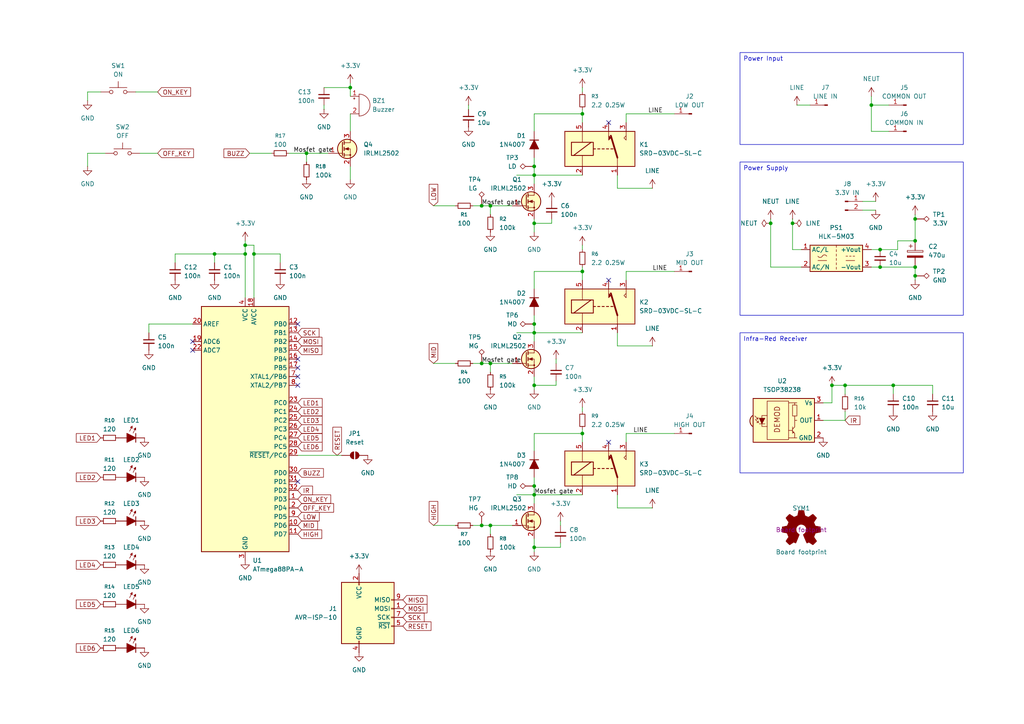
<source format=kicad_sch>
(kicad_sch (version 20250114) (generator "eeschema") (generator_version "9.0")
  (paper "A4")
  (title_block (title "AC400 controller") (date "2026-02-02") (company "Julian7") (comment 4 "Schematic"))
  (text_box "Power Input" (at 214.63 15.24 0) (size 64.77 26.67) (margins 0.9525 0.9525 0.9525 0.9525) (effects (font (size 1.27 1.27)) (justify left top)))
  (text_box "Power Supply" (at 214.63 46.99 0) (size 64.77 44.45) (margins 0.9525 0.9525 0.9525 0.9525) (effects (font (size 1.27 1.27)) (justify left top)))
  (text_box "Infra-Red Receiver" (at 214.63 96.52 0) (size 64.77 40.64) (margins 0.9525 0.9525 0.9525 0.9525) (effects (font (size 1.27 1.27)) (justify left top)))
  (junction (at 154.94 64.77))
  (junction (at 101.6 25.4))
  (junction (at 154.94 96.52))
  (junction (at 265.43 69.85))
  (junction (at 142.24 105.41))
  (junction (at 255.27 77.47))
  (junction (at 71.12 71.12))
  (junction (at 255.27 72.39))
  (junction (at 154.94 143.51))
  (junction (at 168.91 125.73))
  (junction (at 73.66 73.66))
  (junction (at 154.94 93.98))
  (junction (at 62.23 73.66))
  (junction (at 154.94 158.75))
  (junction (at 168.91 78.74))
  (junction (at 154.94 48.26))
  (junction (at 265.43 77.47))
  (junction (at 223.52 64.77))
  (junction (at 139.7 105.41))
  (junction (at 265.43 63.5))
  (junction (at 252.73 30.48))
  (junction (at 142.24 59.69))
  (junction (at 229.87 64.77))
  (junction (at 168.91 33.02))
  (junction (at 142.24 152.4))
  (junction (at 71.12 73.66))
  (junction (at 259.08 111.76))
  (junction (at 154.94 140.97))
  (junction (at 241.3 111.76))
  (junction (at 154.94 111.76))
  (junction (at 139.7 152.4))
  (junction (at 154.94 50.8))
  (junction (at 139.7 59.69))
  (junction (at 265.43 80.01))
  (junction (at 245.11 111.76))
  (junction (at 88.9 44.45))
  (no_connect (at 86.36 93.98))
  (no_connect (at 86.36 109.22))
  (no_connect (at 86.36 139.7))
  (no_connect (at 86.36 106.68))
  (no_connect (at 176.53 128.27))
  (no_connect (at 86.36 111.76))
  (no_connect (at 176.53 81.28))
  (no_connect (at 86.36 104.14))
  (no_connect (at 176.53 35.56))
  (no_connect (at 55.88 101.6))
  (no_connect (at 55.88 99.06))
  (wire (pts (xy 223.52 63.5) (xy 223.52 64.77)))
  (wire (pts (xy 181.61 78.74) (xy 181.61 81.28)))
  (wire (pts (xy 265.43 80.01) (xy 265.43 81.28)))
  (wire (pts (xy 168.91 118.11) (xy 168.91 119.38)))
  (wire (pts (xy 125.73 105.41) (xy 132.08 105.41)))
  (wire (pts (xy 255.27 77.47) (xy 265.43 77.47)))
  (wire (pts (xy 83.82 44.45) (xy 88.9 44.45)))
  (wire (pts (xy 137.16 105.41) (xy 139.7 105.41)))
  (wire (pts (xy 252.73 72.39) (xy 255.27 72.39)))
  (wire (pts (xy 154.94 160.02) (xy 154.94 158.75)))
  (wire (pts (xy 142.24 59.69) (xy 142.24 62.23)))
  (wire (pts (xy 181.61 33.02) (xy 181.61 35.56)))
  (wire (pts (xy 229.87 72.39) (xy 232.41 72.39)))
  (wire (pts (xy 229.87 64.77) (xy 229.87 72.39)))
  (wire (pts (xy 160.02 64.77) (xy 154.94 64.77)))
  (wire (pts (xy 101.6 25.4) (xy 101.6 27.94)))
  (wire (pts (xy 62.23 76.2) (xy 62.23 73.66)))
  (wire (pts (xy 161.29 110.49) (xy 161.29 111.76)))
  (wire (pts (xy 238.76 121.92) (xy 245.11 121.92)))
  (wire (pts (xy 252.73 27.94) (xy 252.73 30.48)))
  (wire (pts (xy 179.07 147.32) (xy 189.23 147.32)))
  (wire (pts (xy 101.6 24.13) (xy 101.6 25.4)))
  (wire (pts (xy 250.19 60.96) (xy 254 60.96)))
  (wire (pts (xy 179.07 100.33) (xy 179.07 96.52)))
  (wire (pts (xy 181.61 125.73) (xy 181.61 128.27)))
  (wire (pts (xy 154.94 140.97) (xy 154.94 143.51)))
  (wire (pts (xy 265.43 77.47) (xy 265.43 80.01)))
  (wire (pts (xy 43.18 93.98) (xy 55.88 93.98)))
  (wire (pts (xy 265.43 63.5) (xy 265.43 69.85)))
  (wire (pts (xy 255.27 72.39) (xy 260.35 72.39)))
  (wire (pts (xy 154.94 78.74) (xy 168.91 78.74)))
  (wire (pts (xy 245.11 111.76) (xy 245.11 114.3)))
  (wire (pts (xy 195.58 125.73) (xy 181.61 125.73)))
  (wire (pts (xy 139.7 152.4) (xy 142.24 152.4)))
  (wire (pts (xy 168.91 71.12) (xy 168.91 72.39)))
  (wire (pts (xy 195.58 33.02) (xy 181.61 33.02)))
  (wire (pts (xy 161.29 104.14) (xy 161.29 105.41)))
  (wire (pts (xy 50.8 73.66) (xy 62.23 73.66)))
  (wire (pts (xy 160.02 63.5) (xy 160.02 64.77)))
  (wire (pts (xy 135.89 30.48) (xy 135.89 31.75)))
  (wire (pts (xy 168.91 78.74) (xy 168.91 81.28)))
  (wire (pts (xy 154.94 78.74) (xy 154.94 83.82)))
  (wire (pts (xy 142.24 152.4) (xy 148.59 152.4)))
  (wire (pts (xy 252.73 30.48) (xy 257.81 30.48)))
  (wire (pts (xy 154.94 125.73) (xy 154.94 130.81)))
  (wire (pts (xy 154.94 67.31) (xy 154.94 64.77)))
  (wire (pts (xy 154.94 91.44) (xy 154.94 93.98)))
  (wire (pts (xy 260.35 69.85) (xy 265.43 69.85)))
  (wire (pts (xy 154.94 158.75) (xy 154.94 156.21)))
  (wire (pts (xy 154.94 138.43) (xy 154.94 140.97)))
  (wire (pts (xy 139.7 59.69) (xy 142.24 59.69)))
  (wire (pts (xy 238.76 116.84) (xy 241.3 116.84)))
  (wire (pts (xy 142.24 59.69) (xy 148.59 59.69)))
  (wire (pts (xy 125.73 59.69) (xy 132.08 59.69)))
  (wire (pts (xy 149.86 96.52) (xy 154.94 96.52)))
  (wire (pts (xy 179.07 54.61) (xy 189.23 54.61)))
  (wire (pts (xy 25.4 44.45) (xy 25.4 48.26)))
  (wire (pts (xy 241.3 116.84) (xy 241.3 111.76)))
  (wire (pts (xy 154.94 50.8) (xy 168.91 50.8)))
  (wire (pts (xy 154.94 125.73) (xy 168.91 125.73)))
  (wire (pts (xy 168.91 77.47) (xy 168.91 78.74)))
  (wire (pts (xy 260.35 72.39) (xy 260.35 69.85)))
  (wire (pts (xy 71.12 71.12) (xy 71.12 73.66)))
  (wire (pts (xy 154.94 143.51) (xy 168.91 143.51)))
  (wire (pts (xy 30.48 44.45) (xy 25.4 44.45)))
  (wire (pts (xy 154.94 93.98) (xy 154.94 96.52)))
  (wire (pts (xy 101.6 48.26) (xy 101.6 52.07)))
  (wire (pts (xy 154.94 64.77) (xy 154.94 63.5)))
  (wire (pts (xy 43.18 96.52) (xy 43.18 93.98)))
  (wire (pts (xy 81.28 76.2) (xy 81.28 73.66)))
  (wire (pts (xy 71.12 69.85) (xy 71.12 71.12)))
  (wire (pts (xy 93.98 30.48) (xy 93.98 31.75)))
  (wire (pts (xy 265.43 62.23) (xy 265.43 63.5)))
  (wire (pts (xy 142.24 152.4) (xy 142.24 154.94)))
  (wire (pts (xy 154.94 50.8) (xy 154.94 53.34)))
  (wire (pts (xy 101.6 33.02) (xy 101.6 38.1)))
  (wire (pts (xy 245.11 111.76) (xy 241.3 111.76)))
  (wire (pts (xy 154.94 113.03) (xy 154.94 111.76)))
  (wire (pts (xy 162.56 158.75) (xy 154.94 158.75)))
  (wire (pts (xy 195.58 78.74) (xy 181.61 78.74)))
  (wire (pts (xy 179.07 54.61) (xy 179.07 50.8)))
  (wire (pts (xy 154.94 48.26) (xy 154.94 50.8)))
  (wire (pts (xy 179.07 100.33) (xy 189.23 100.33)))
  (wire (pts (xy 245.11 121.92) (xy 245.11 119.38)))
  (wire (pts (xy 142.24 105.41) (xy 148.59 105.41)))
  (wire (pts (xy 73.66 71.12) (xy 71.12 71.12)))
  (wire (pts (xy 168.91 125.73) (xy 168.91 128.27)))
  (wire (pts (xy 81.28 73.66) (xy 73.66 73.66)))
  (wire (pts (xy 162.56 151.13) (xy 162.56 152.4)))
  (wire (pts (xy 93.98 25.4) (xy 101.6 25.4)))
  (wire (pts (xy 72.39 44.45) (xy 78.74 44.45)))
  (wire (pts (xy 168.91 124.46) (xy 168.91 125.73)))
  (wire (pts (xy 223.52 77.47) (xy 232.41 77.47)))
  (wire (pts (xy 154.94 33.02) (xy 154.94 38.1)))
  (wire (pts (xy 270.51 114.3) (xy 270.51 111.76)))
  (wire (pts (xy 137.16 59.69) (xy 139.7 59.69)))
  (wire (pts (xy 259.08 111.76) (xy 245.11 111.76)))
  (wire (pts (xy 125.73 152.4) (xy 132.08 152.4)))
  (wire (pts (xy 142.24 105.41) (xy 142.24 107.95)))
  (wire (pts (xy 168.91 25.4) (xy 168.91 26.67)))
  (wire (pts (xy 154.94 109.22) (xy 154.94 111.76)))
  (wire (pts (xy 161.29 111.76) (xy 154.94 111.76)))
  (wire (pts (xy 88.9 44.45) (xy 88.9 46.99)))
  (wire (pts (xy 137.16 152.4) (xy 139.7 152.4)))
  (wire (pts (xy 229.87 63.5) (xy 229.87 64.77)))
  (wire (pts (xy 257.81 38.1) (xy 252.73 38.1)))
  (wire (pts (xy 168.91 31.75) (xy 168.91 33.02)))
  (wire (pts (xy 252.73 77.47) (xy 255.27 77.47)))
  (wire (pts (xy 86.36 132.08) (xy 99.06 132.08)))
  (wire (pts (xy 250.19 58.42) (xy 254 58.42)))
  (wire (pts (xy 149.86 50.8) (xy 154.94 50.8)))
  (wire (pts (xy 139.7 105.41) (xy 142.24 105.41)))
  (wire (pts (xy 154.94 45.72) (xy 154.94 48.26)))
  (wire (pts (xy 252.73 30.48) (xy 252.73 38.1)))
  (wire (pts (xy 73.66 73.66) (xy 73.66 71.12)))
  (wire (pts (xy 234.95 30.48) (xy 231.14 30.48)))
  (wire (pts (xy 88.9 44.45) (xy 95.25 44.45)))
  (wire (pts (xy 149.86 143.51) (xy 154.94 143.51)))
  (wire (pts (xy 71.12 73.66) (xy 71.12 86.36)))
  (wire (pts (xy 40.64 44.45) (xy 45.72 44.45)))
  (wire (pts (xy 25.4 26.67) (xy 29.21 26.67)))
  (wire (pts (xy 154.94 96.52) (xy 154.94 99.06)))
  (wire (pts (xy 50.8 76.2) (xy 50.8 73.66)))
  (wire (pts (xy 25.4 26.67) (xy 25.4 29.21)))
  (wire (pts (xy 62.23 73.66) (xy 71.12 73.66)))
  (wire (pts (xy 168.91 33.02) (xy 168.91 35.56)))
  (wire (pts (xy 162.56 157.48) (xy 162.56 158.75)))
  (wire (pts (xy 270.51 111.76) (xy 259.08 111.76)))
  (wire (pts (xy 154.94 96.52) (xy 168.91 96.52)))
  (wire (pts (xy 223.52 64.77) (xy 223.52 77.47)))
  (wire (pts (xy 179.07 147.32) (xy 179.07 143.51)))
  (wire (pts (xy 73.66 86.36) (xy 73.66 73.66)))
  (wire (pts (xy 154.94 33.02) (xy 168.91 33.02)))
  (wire (pts (xy 259.08 114.3) (xy 259.08 111.76)))
  (wire (pts (xy 154.94 143.51) (xy 154.94 146.05)))
  (wire (pts (xy 39.37 26.67) (xy 45.72 26.67)))
  (label "LINE" (at 187.96 33.02 0))
  (label "Mosfet gate" (at 139.7 59.69 0))
  (label "Mosfet gate" (at 85.09 44.45 0))
  (label "LINE" (at 189.23 78.74 0))
  (label "Mosfet gate" (at 139.7 105.41 0))
  (label "LINE" (at 187.96 125.73 180))
  (label "Mosfet gate" (at 154.94 143.51 0))
  (global_label "LED4" (shape input) (at 29.21 163.83 180) (property "Intersheetrefs" "${INTERSHEET_REFS}" (effects (hide yes))))
  (global_label "ON_KEY" (shape input) (at 86.36 144.78 0) (property "Intersheetrefs" "${INTERSHEET_REFS}" (effects (hide yes))))
  (global_label "SCK" (shape input) (at 86.36 96.52 0) (property "Intersheetrefs" "${INTERSHEET_REFS}" (effects (hide yes))))
  (global_label "LED3" (shape input) (at 86.36 121.92 0) (property "Intersheetrefs" "${INTERSHEET_REFS}" (effects (hide yes))))
  (global_label "LED6" (shape input) (at 29.21 187.96 180) (property "Intersheetrefs" "${INTERSHEET_REFS}" (effects (hide yes))))
  (global_label "IR" (shape input) (at 245.11 121.92 0) (property "Intersheetrefs" "${INTERSHEET_REFS}" (effects (hide yes))))
  (global_label "MISO" (shape input) (at 116.84 173.99 0) (property "Intersheetrefs" "${INTERSHEET_REFS}" (effects (hide yes))))
  (global_label "OFF_KEY" (shape input) (at 86.36 147.32 0) (property "Intersheetrefs" "${INTERSHEET_REFS}" (effects (hide yes))))
  (global_label "LED6" (shape input) (at 86.36 129.54 0) (property "Intersheetrefs" "${INTERSHEET_REFS}" (effects (hide yes))))
  (global_label "MOSI" (shape input) (at 116.84 176.53 0) (property "Intersheetrefs" "${INTERSHEET_REFS}" (effects (hide yes))))
  (global_label "LED2" (shape input) (at 86.36 119.38 0) (property "Intersheetrefs" "${INTERSHEET_REFS}" (effects (hide yes))))
  (global_label "BUZZ" (shape input) (at 72.39 44.45 180) (property "Intersheetrefs" "${INTERSHEET_REFS}" (effects (hide yes))))
  (global_label "LOW" (shape input) (at 86.36 149.86 0) (property "Intersheetrefs" "${INTERSHEET_REFS}" (effects (hide yes))))
  (global_label "LOW" (shape input) (at 125.73 59.69 90) (property "Intersheetrefs" "${INTERSHEET_REFS}" (effects (hide yes))))
  (global_label "ON_KEY" (shape input) (at 45.72 26.67 0) (property "Intersheetrefs" "${INTERSHEET_REFS}" (effects (hide yes))))
  (global_label "HIGH" (shape input) (at 125.73 152.4 90) (property "Intersheetrefs" "${INTERSHEET_REFS}" (effects (hide yes))))
  (global_label "LED5" (shape input) (at 86.36 127 0) (property "Intersheetrefs" "${INTERSHEET_REFS}" (effects (hide yes))))
  (global_label "LED4" (shape input) (at 86.36 124.46 0) (property "Intersheetrefs" "${INTERSHEET_REFS}" (effects (hide yes))))
  (global_label "MISO" (shape input) (at 86.36 101.6 0) (property "Intersheetrefs" "${INTERSHEET_REFS}" (effects (hide yes))))
  (global_label "LED1" (shape input) (at 86.36 116.84 0) (property "Intersheetrefs" "${INTERSHEET_REFS}" (effects (hide yes))))
  (global_label "LED3" (shape input) (at 29.21 151.13 180) (property "Intersheetrefs" "${INTERSHEET_REFS}" (effects (hide yes))))
  (global_label "LED2" (shape input) (at 29.21 138.43 180) (property "Intersheetrefs" "${INTERSHEET_REFS}" (effects (hide yes))))
  (global_label "BUZZ" (shape input) (at 86.36 137.16 0) (property "Intersheetrefs" "${INTERSHEET_REFS}" (effects (hide yes))))
  (global_label "IR" (shape input) (at 86.36 142.24 0) (property "Intersheetrefs" "${INTERSHEET_REFS}" (effects (hide yes))))
  (global_label "MID" (shape input) (at 125.73 105.41 90) (property "Intersheetrefs" "${INTERSHEET_REFS}" (effects (hide yes))))
  (global_label "LED1" (shape input) (at 29.21 127 180) (property "Intersheetrefs" "${INTERSHEET_REFS}" (effects (hide yes))))
  (global_label "HIGH" (shape input) (at 86.36 154.94 0) (property "Intersheetrefs" "${INTERSHEET_REFS}" (effects (hide yes))))
  (global_label "MOSI" (shape input) (at 86.36 99.06 0) (property "Intersheetrefs" "${INTERSHEET_REFS}" (effects (hide yes))))
  (global_label "MID" (shape input) (at 86.36 152.4 0) (property "Intersheetrefs" "${INTERSHEET_REFS}" (effects (hide yes))))
  (global_label "RESET" (shape input) (at 97.79 132.08 90) (property "Intersheetrefs" "${INTERSHEET_REFS}" (effects (hide yes))))
  (global_label "OFF_KEY" (shape input) (at 45.72 44.45 0) (property "Intersheetrefs" "${INTERSHEET_REFS}" (effects (hide yes))))
  (global_label "SCK" (shape input) (at 116.84 179.07 0) (property "Intersheetrefs" "${INTERSHEET_REFS}" (effects (hide yes))))
  (global_label "LED5" (shape input) (at 29.21 175.26 180) (property "Intersheetrefs" "${INTERSHEET_REFS}" (effects (hide yes))))
  (global_label "RESET" (shape input) (at 116.84 181.61 0) (property "Intersheetrefs" "${INTERSHEET_REFS}" (effects (hide yes))))
  (symbol (lib_id "Relay:SANYOU_SRD_Form_C") (at 173.99 88.9 0) (unit 1)
    (property "Reference" "K2" (at 185.42 87.6299 0) (effects (justify left)))
    (property "Value" "SRD-03VDC-SL-C" (at 185.42 90.1699 0) (effects (justify left)))
    (property "Footprint" "Relay_THT:Relay_SPDT_SANYOU_SRD_Series_Form_C" (effects (hide yes)))
    (property "Datasheet" "http://www.sanyourelay.ca/public/products/pdf/SRD.pdf" (effects (hide yes)))
    (property "Description" "Sanyo SRD relay, Single Pole Miniature Power Relay," (effects (hide yes)))
    (property "Distributor Link 1" "https://www.hestore.hu/prod_10049169.html" (effects (hide yes)))
    (property "Manufacturer" "Songle" (effects (hide yes)))
  )
  (symbol (lib_id "power:GND") (at 270.51 119.38 0) (unit 1)
    (property "Reference" "#PWR040" (effects (hide yes)))
    (property "Value" "GND" (at 270.51 124.46 0))
    (property "Description" "Power symbol creates a global label with name \"GND\" , ground" (effects (hide yes)))
  )
  (symbol (lib_id "Connector:Conn_01x01_Pin") (at 200.66 125.73 180) (unit 1)
    (property "Reference" "J4" (at 200.025 120.65 0))
    (property "Value" "HIGH OUT" (at 200.025 123.19 0))
    (property "Footprint" "Connector_Wire:SolderWire-1.5sqmm_1x01_D1.7mm_OD3.9mm" (effects (hide yes)))
    (property "Description" "Generic connector, single row, 01x01, script generated" (effects (hide yes)))
  )
  (symbol (lib_id "Device:R_Small") (at 134.62 105.41 90) (unit 1)
    (property "Reference" "R4" (at 134.62 107.95 90) (effects (font (size 1.016 1.016))))
    (property "Value" "100" (at 134.62 110.49 90))
    (property "Footprint" "PCM_Resistor_SMD_AKL:R_0805_2012Metric_Pad1.15x1.40mm_HandSolder" (effects (hide yes)))
    (property "Description" "Resistor, small symbol" (effects (hide yes)))
  )
  (symbol (lib_id "Device:C_Small") (at 135.89 34.29 0) (unit 1)
    (property "Reference" "C9" (at 138.43 33.0262 0) (effects (justify left)))
    (property "Value" "10u" (at 138.43 35.5662 0) (effects (justify left)))
    (property "Footprint" "Capacitor_SMD:C_0805_2012Metric_Pad1.18x1.45mm_HandSolder" (effects (hide yes)))
    (property "Description" "Unpolarized capacitor, small symbol" (effects (hide yes)))
  )
  (symbol (lib_id "power:GND") (at 142.24 67.31 0) (unit 1)
    (property "Reference" "#PWR01" (effects (hide yes)))
    (property "Value" "GND" (at 142.24 72.39 0))
    (property "Description" "Power symbol creates a global label with name \"GND\" , ground" (effects (hide yes)))
  )
  (symbol (lib_id "Device:C_Small") (at 81.28 78.74 0) (unit 1)
    (property "Reference" "C3" (at 83.82 77.4762 0) (effects (justify left)))
    (property "Value" "100n" (at 83.82 80.0162 0) (effects (justify left)))
    (property "Footprint" "Capacitor_SMD:C_0805_2012Metric_Pad1.18x1.45mm_HandSolder" (effects (hide yes)))
    (property "Description" "Unpolarized capacitor, small symbol" (effects (hide yes)))
  )
  (symbol (lib_id "power:+3.3V") (at 254 58.42 0) (unit 1)
    (property "Reference" "#PWR045" (effects (hide yes)))
    (property "Value" "+3.3V" (at 254 53.34 0))
    (property "Description" "Power symbol creates a global label with name \"+3.3V\"" (effects (hide yes)))
  )
  (symbol (lib_id "Device:R_Small") (at 31.75 187.96 90) (unit 1)
    (property "Reference" "R15" (at 31.75 182.88 90) (effects (font (size 1.016 1.016))))
    (property "Value" "120" (at 31.75 185.42 90))
    (property "Footprint" "PCM_Resistor_SMD_AKL:R_0805_2012Metric_Pad1.15x1.40mm_HandSolder" (effects (hide yes)))
    (property "Description" "Resistor, small symbol" (effects (hide yes)))
  )
  (symbol (lib_id "Connector:Conn_01x01_Pin") (at 262.89 38.1 180) (unit 1)
    (property "Reference" "J6" (at 262.255 33.02 0))
    (property "Value" "COMMON IN" (at 262.255 35.56 0))
    (property "Footprint" "Connector_Wire:SolderWire-1.5sqmm_1x01_D1.7mm_OD3.9mm" (effects (hide yes)))
    (property "Description" "Generic connector, single row, 01x01, script generated" (effects (hide yes)))
  )
  (symbol (lib_id "Device:R_Small") (at 168.91 74.93 180) (unit 1)
    (property "Reference" "R6" (at 171.45 73.6599 0) (effects (font (size 1.016 1.016)) (justify right)))
    (property "Value" "2.2 0.25W" (at 171.45 76.1999 0) (effects (justify right)))
    (property "Footprint" "PCM_Resistor_SMD_AKL:R_0805_2012Metric_Pad1.15x1.40mm_HandSolder" (effects (hide yes)))
    (property "Description" "Resistor, small symbol" (effects (hide yes)))
  )
  (symbol (lib_id "PCM_LED_AKL:LED_0805") (at 38.1 175.26 0) (unit 1)
    (property "Reference" "LED5" (at 38.1 170.18 0))
    (property "Value" "OF-SMD 2012 Green" (effects (hide yes)))
    (property "Footprint" "PCM_LED_SMD_AKL:LED_0805_2012Metric" (effects (hide yes)))
    (property "Description" "SMD LED, 0805, Alternate KiCad Library" (effects (hide yes)))
    (property "Manufacturer" "OPTOFLASH" (effects (hide yes)))
    (property "Distributor Link 1" "https://www.hestore.hu/prod_10025832.html" (effects (hide yes)))
  )
  (symbol (lib_id "power:GND") (at 41.91 163.83 0) (unit 1)
    (property "Reference" "#PWR034" (effects (hide yes)))
    (property "Value" "GND" (at 41.91 168.91 0))
    (property "Description" "Power symbol creates a global label with name \"GND\" , ground" (effects (hide yes)))
  )
  (symbol (lib_id "Device:R_Small") (at 245.11 116.84 180) (unit 1)
    (property "Reference" "R16" (at 247.65 115.5699 0) (effects (font (size 1.016 1.016)) (justify right)))
    (property "Value" "10k" (at 247.65 118.1099 0) (effects (justify right)))
    (property "Footprint" "PCM_Resistor_SMD_AKL:R_0805_2012Metric_Pad1.15x1.40mm_HandSolder" (effects (hide yes)))
    (property "Description" "Resistor, small symbol" (effects (hide yes)))
  )
  (symbol (lib_id "PCM_LED_AKL:LED_0805") (at 38.1 163.83 0) (unit 1)
    (property "Reference" "LED4" (at 38.1 158.75 0))
    (property "Value" "OF-SMD 2012 Green" (effects (hide yes)))
    (property "Footprint" "PCM_LED_SMD_AKL:LED_0805_2012Metric" (effects (hide yes)))
    (property "Description" "SMD LED, 0805, Alternate KiCad Library" (effects (hide yes)))
    (property "Manufacturer" "OPTOFLASH" (effects (hide yes)))
    (property "Distributor Link 1" "https://www.hestore.hu/prod_10025832.html" (effects (hide yes)))
  )
  (symbol (lib_id "Device:C_Small") (at 93.98 27.94 0) (unit 1)
    (property "Reference" "C13" (at 86.36 26.67 0) (effects (justify left)))
    (property "Value" "100n" (at 86.36 29.21 0) (effects (justify left)))
    (property "Footprint" "Capacitor_SMD:C_0805_2012Metric_Pad1.18x1.45mm_HandSolder" (effects (hide yes)))
    (property "Description" "Unpolarized capacitor, small symbol" (effects (hide yes)))
  )
  (symbol (lib_id "Device:R_Small") (at 31.75 127 90) (unit 1)
    (property "Reference" "R10" (at 31.75 121.92 90) (effects (font (size 1.016 1.016))))
    (property "Value" "120" (at 31.75 124.46 90))
    (property "Footprint" "PCM_Resistor_SMD_AKL:R_0805_2012Metric_Pad1.15x1.40mm_HandSolder" (effects (hide yes)))
    (property "Description" "Resistor, small symbol" (effects (hide yes)))
  )
  (symbol (lib_id "power:GND") (at 41.91 151.13 0) (unit 1)
    (property "Reference" "#PWR031" (effects (hide yes)))
    (property "Value" "GND" (at 41.91 156.21 0))
    (property "Description" "Power symbol creates a global label with name \"GND\" , ground" (effects (hide yes)))
  )
  (symbol (lib_id "power:+3.3V") (at 135.89 30.48 0) (unit 1)
    (property "Reference" "#PWR032" (effects (hide yes)))
    (property "Value" "+3.3V" (at 135.89 25.4 0))
    (property "Description" "Power symbol creates a global label with name \"+3.3V\"" (effects (hide yes)))
  )
  (symbol (lib_id "PCM_LED_AKL:LED_0805") (at 38.1 151.13 0) (unit 1)
    (property "Reference" "LED3" (at 38.1 146.05 0))
    (property "Value" "OF-SMD 2012 Green" (effects (hide yes)))
    (property "Footprint" "PCM_LED_SMD_AKL:LED_0805_2012Metric" (effects (hide yes)))
    (property "Description" "SMD LED, 0805, Alternate KiCad Library" (effects (hide yes)))
    (property "Manufacturer" "OPTOFLASH" (effects (hide yes)))
    (property "Distributor Link 1" "https://www.hestore.hu/prod_10025832.html" (effects (hide yes)))
  )
  (symbol (lib_id "power:LINE") (at 229.87 63.5 0) (unit 1)
    (property "Reference" "#PWR016" (effects (hide yes)))
    (property "Value" "LINE" (at 229.87 58.42 0))
    (property "Description" "Power symbol creates a global label with name \"LINE\"" (effects (hide yes)))
  )
  (symbol (lib_id "Relay:SANYOU_SRD_Form_C") (at 173.99 135.89 0) (unit 1)
    (property "Reference" "K3" (at 185.42 134.6199 0) (effects (justify left)))
    (property "Value" "SRD-03VDC-SL-C" (at 185.42 137.1599 0) (effects (justify left)))
    (property "Footprint" "Relay_THT:Relay_SPDT_SANYOU_SRD_Series_Form_C" (effects (hide yes)))
    (property "Datasheet" "http://www.sanyourelay.ca/public/products/pdf/SRD.pdf" (effects (hide yes)))
    (property "Description" "Sanyo SRD relay, Single Pole Miniature Power Relay," (effects (hide yes)))
    (property "Distributor Link 1" "https://www.hestore.hu/prod_10049169.html" (effects (hide yes)))
    (property "Manufacturer" "Songle" (effects (hide yes)))
  )
  (symbol (lib_id "Device:R_Small") (at 142.24 64.77 180) (unit 1)
    (property "Reference" "R2" (at 144.78 63.4999 0) (effects (font (size 1.016 1.016)) (justify right)))
    (property "Value" "100k" (at 144.78 66.0399 0) (effects (justify right)))
    (property "Footprint" "PCM_Resistor_SMD_AKL:R_0805_2012Metric_Pad1.15x1.40mm_HandSolder" (effects (hide yes)))
    (property "Description" "Resistor, small symbol" (effects (hide yes)))
  )
  (symbol (lib_id "Device:R_Small") (at 142.24 157.48 180) (unit 1)
    (property "Reference" "R8" (at 144.78 156.2099 0) (effects (font (size 1.016 1.016)) (justify right)))
    (property "Value" "100k" (at 144.78 158.7499 0) (effects (justify right)))
    (property "Footprint" "PCM_Resistor_SMD_AKL:R_0805_2012Metric_Pad1.15x1.40mm_HandSolder" (effects (hide yes)))
    (property "Description" "Resistor, small symbol" (effects (hide yes)))
  )
  (symbol (lib_id "PCM_Transistor_MOSFET_AKL:IRLML2502") (at 152.4 58.42 0) (unit 1)
    (property "Reference" "Q1" (at 148.59 52.07 0) (effects (justify left)))
    (property "Value" "IRLML2502" (at 142.24 54.61 0) (effects (justify left)))
    (property "Footprint" "PCM_Package_TO_SOT_SMD_AKL:SOT-23" (effects (hide yes)))
    (property "Datasheet" "https://www.tme.eu/Document/48a23309a6589a98e2dca6345156a95a/IRLML2502TRPBF.pdf" (effects (hide yes)))
    (property "Description" "SOT-23 N-MOSFET enchancement mode transistor, 20V, 4.2A, 1.25W, Alternate KiCAD Library" (effects (hide yes)))
  )
  (symbol (lib_id "Device:R_Small") (at 88.9 49.53 180) (unit 1)
    (property "Reference" "R18" (at 91.44 48.2599 0) (effects (font (size 1.016 1.016)) (justify right)))
    (property "Value" "100k" (at 91.44 50.7999 0) (effects (justify right)))
    (property "Footprint" "PCM_Resistor_SMD_AKL:R_0805_2012Metric_Pad1.15x1.40mm_HandSolder" (effects (hide yes)))
    (property "Description" "Resistor, small symbol" (effects (hide yes)))
  )
  (symbol (lib_id "Relay:SANYOU_SRD_Form_C") (at 173.99 43.18 0) (unit 1)
    (property "Reference" "K1" (at 185.42 41.9099 0) (effects (justify left)))
    (property "Value" "SRD-03VDC-SL-C" (at 185.42 44.4499 0) (effects (justify left)))
    (property "Footprint" "Relay_THT:Relay_SPDT_SANYOU_SRD_Series_Form_C" (effects (hide yes)))
    (property "Datasheet" "http://www.sanyourelay.ca/public/products/pdf/SRD.pdf" (effects (hide yes)))
    (property "Description" "Sanyo SRD relay, Single Pole Miniature Power Relay," (effects (hide yes)))
    (property "Distributor Link 1" "https://www.hestore.hu/prod_10049169.html" (effects (hide yes)))
    (property "Manufacturer" "Songle" (effects (hide yes)))
  )
  (symbol (lib_id "power:PWR_FLAG") (at 229.87 64.77 270) (unit 1)
    (property "Reference" "#FLG01" (effects (hide yes)))
    (property "Value" "LINE" (at 233.68 64.7699 90) (effects (justify left)))
    (property "Description" "Special symbol for telling ERC where power comes from" (effects (hide yes)))
  )
  (symbol (lib_id "Device:C_Small") (at 270.51 116.84 0) (unit 1)
    (property "Reference" "C11" (at 273.05 115.5762 0) (effects (justify left)))
    (property "Value" "10u" (at 273.05 118.1162 0) (effects (justify left)))
    (property "Footprint" "Capacitor_SMD:C_0805_2012Metric_Pad1.18x1.45mm_HandSolder" (effects (hide yes)))
    (property "Description" "Unpolarized capacitor, small symbol" (effects (hide yes)))
  )
  (symbol (lib_id "Device:C_Small") (at 162.56 154.94 0) (unit 1)
    (property "Reference" "C8" (at 165.1 153.6762 0) (effects (justify left)))
    (property "Value" "100n" (at 165.1 156.2162 0) (effects (justify left)))
    (property "Footprint" "Capacitor_SMD:C_0805_2012Metric_Pad1.18x1.45mm_HandSolder" (effects (hide yes)))
    (property "Description" "Unpolarized capacitor, small symbol" (effects (hide yes)))
  )
  (symbol (lib_id "power:GND") (at 41.91 187.96 0) (unit 1)
    (property "Reference" "#PWR036" (effects (hide yes)))
    (property "Value" "GND" (at 41.91 193.04 0))
    (property "Description" "Power symbol creates a global label with name \"GND\" , ground" (effects (hide yes)))
  )
  (symbol (lib_id "power:GND") (at 154.94 67.31 0) (unit 1)
    (property "Reference" "#PWR02" (effects (hide yes)))
    (property "Value" "GND" (at 154.94 72.39 0))
    (property "Description" "Power symbol creates a global label with name \"GND\" , ground" (effects (hide yes)))
  )
  (symbol (lib_id "Connector:TestPoint_Alt") (at 154.94 140.97 90) (unit 1)
    (property "Reference" "TP8" (at 148.59 138.43 90))
    (property "Value" "HD" (at 148.59 140.97 90))
    (property "Footprint" "TestPoint:TestPoint_Pad_D2.0mm" (effects (hide yes)))
    (property "Description" "test point (alternative shape)" (effects (hide yes)))
  )
  (symbol (lib_id "power:GND") (at 43.18 101.6 0) (unit 1)
    (property "Reference" "#PWR025" (effects (hide yes)))
    (property "Value" "GND" (at 43.18 106.68 0))
    (property "Description" "Power symbol creates a global label with name \"GND\" , ground" (effects (hide yes)))
  )
  (symbol (lib_id "Device:C_Small") (at 255.27 74.93 0) (unit 1)
    (property "Reference" "C4" (at 257.81 73.6662 0) (effects (justify left)))
    (property "Value" "10u" (at 257.81 76.2062 0) (effects (justify left)))
    (property "Footprint" "Capacitor_SMD:C_0805_2012Metric_Pad1.18x1.45mm_HandSolder" (effects (hide yes)))
    (property "Description" "Unpolarized capacitor, small symbol" (effects (hide yes)))
  )
  (symbol (lib_id "power:GND") (at 142.24 113.03 0) (unit 1)
    (property "Reference" "#PWR05" (effects (hide yes)))
    (property "Value" "GND" (at 142.24 118.11 0))
    (property "Description" "Power symbol creates a global label with name \"GND\" , ground" (effects (hide yes)))
  )
  (symbol (lib_id "Device:C_Small") (at 43.18 99.06 0) (unit 1)
    (property "Reference" "C5" (at 45.72 97.7962 0) (effects (justify left)))
    (property "Value" "100n" (at 45.72 100.3362 0) (effects (justify left)))
    (property "Footprint" "Capacitor_SMD:C_0805_2012Metric_Pad1.18x1.45mm_HandSolder" (effects (hide yes)))
    (property "Description" "Unpolarized capacitor, small symbol" (effects (hide yes)))
  )
  (symbol (lib_id "power:GND") (at 154.94 160.02 0) (unit 1)
    (property "Reference" "#PWR09" (effects (hide yes)))
    (property "Value" "GND" (at 154.94 165.1 0))
    (property "Description" "Power symbol creates a global label with name \"GND\" , ground" (effects (hide yes)))
  )
  (symbol (lib_id "power:GND") (at 101.6 52.07 0) (unit 1)
    (property "Reference" "#PWR049" (effects (hide yes)))
    (property "Value" "GND" (at 101.6 57.15 0))
    (property "Description" "Power symbol creates a global label with name \"GND\" , ground" (effects (hide yes)))
  )
  (symbol (lib_id "power:+3.3V") (at 168.91 118.11 0) (unit 1)
    (property "Reference" "#PWR010" (effects (hide yes)))
    (property "Value" "+3.3V" (at 168.91 113.03 0))
    (property "Description" "Power symbol creates a global label with name \"+3.3V\"" (effects (hide yes)))
  )
  (symbol (lib_id "PCM_Diode_AKL:1N4007") (at 154.94 134.62 90) (unit 1)
    (property "Reference" "D3" (at 149.86 132.08 90) (effects (justify right)))
    (property "Value" "1N4007" (at 144.78 134.62 90) (effects (justify right)))
    (property "Footprint" "Diode_SMD:D_0805_2012Metric_Pad1.15x1.40mm_HandSolder" (effects (hide yes)))
    (property "Datasheet" "https://www.tme.eu/Document/5f8ffc5ac30fc86bac97d66040bf5502/1n400x.pdf" (effects (hide yes)))
    (property "Description" "DO-41 Diode, Rectifier, 1000V, 1A, Alternate KiCad Library" (effects (hide yes)))
  )
  (symbol (lib_id "Device:R_Small") (at 142.24 110.49 180) (unit 1)
    (property "Reference" "R5" (at 144.78 109.2199 0) (effects (font (size 1.016 1.016)) (justify right)))
    (property "Value" "100k" (at 144.78 111.7599 0) (effects (justify right)))
    (property "Footprint" "PCM_Resistor_SMD_AKL:R_0805_2012Metric_Pad1.15x1.40mm_HandSolder" (effects (hide yes)))
    (property "Description" "Resistor, small symbol" (effects (hide yes)))
  )
  (symbol (lib_id "power:GND") (at 88.9 52.07 0) (unit 1)
    (property "Reference" "#PWR047" (effects (hide yes)))
    (property "Value" "GND" (at 88.9 57.15 0))
    (property "Description" "Power symbol creates a global label with name \"GND\" , ground" (effects (hide yes)))
  )
  (symbol (lib_id "power:GND") (at 25.4 29.21 0) (unit 1)
    (property "Reference" "#PWR041" (effects (hide yes)))
    (property "Value" "GND" (at 25.4 34.29 0))
    (property "Description" "Power symbol creates a global label with name \"GND\" , ground" (effects (hide yes)))
  )
  (symbol (lib_id "power:GND") (at 104.14 189.23 0) (unit 1)
    (property "Reference" "#PWR022" (effects (hide yes)))
    (property "Value" "GND" (at 104.14 194.31 0))
    (property "Description" "Power symbol creates a global label with name \"GND\" , ground" (effects (hide yes)))
  )
  (symbol (lib_id "power:GND") (at 238.76 127 0) (unit 1)
    (property "Reference" "#PWR037" (effects (hide yes)))
    (property "Value" "GND" (at 238.76 132.08 0))
    (property "Description" "Power symbol creates a global label with name \"GND\" , ground" (effects (hide yes)))
  )
  (symbol (lib_id "Device:R_Small") (at 168.91 29.21 180) (unit 1)
    (property "Reference" "R3" (at 171.45 27.9399 0) (effects (font (size 1.016 1.016)) (justify right)))
    (property "Value" "2.2 0.25W" (at 171.45 30.4799 0) (effects (justify right)))
    (property "Footprint" "PCM_Resistor_SMD_AKL:R_0805_2012Metric_Pad1.15x1.40mm_HandSolder" (effects (hide yes)))
    (property "Description" "Resistor, small symbol" (effects (hide yes)))
  )
  (symbol (lib_id "Connector:Conn_01x01_Pin") (at 240.03 30.48 180) (unit 1)
    (property "Reference" "J7" (at 239.395 25.4 0))
    (property "Value" "LINE IN" (at 239.395 27.94 0))
    (property "Footprint" "Connector_Wire:SolderWire-1.5sqmm_1x01_D1.7mm_OD3.9mm" (effects (hide yes)))
    (property "Description" "Generic connector, single row, 01x01, script generated" (effects (hide yes)))
  )
  (symbol (lib_id "Device:C_Small") (at 62.23 78.74 0) (unit 1)
    (property "Reference" "C1" (at 64.77 77.4762 0) (effects (justify left)))
    (property "Value" "100n" (at 64.77 80.0162 0) (effects (justify left)))
    (property "Footprint" "Capacitor_SMD:C_0805_2012Metric_Pad1.18x1.45mm_HandSolder" (effects (hide yes)))
    (property "Description" "Unpolarized capacitor, small symbol" (effects (hide yes)))
  )
  (symbol (lib_id "Device:C_Small") (at 259.08 116.84 0) (unit 1)
    (property "Reference" "C10" (at 261.62 115.5762 0) (effects (justify left)))
    (property "Value" "100n" (at 261.62 118.1162 0) (effects (justify left)))
    (property "Footprint" "Capacitor_SMD:C_0805_2012Metric_Pad1.18x1.45mm_HandSolder" (effects (hide yes)))
    (property "Description" "Unpolarized capacitor, small symbol" (effects (hide yes)))
  )
  (symbol (lib_id "power:GND") (at 93.98 31.75 0) (unit 1)
    (property "Reference" "#PWR048" (effects (hide yes)))
    (property "Value" "GND" (at 93.98 36.83 0))
    (property "Description" "Power symbol creates a global label with name \"GND\" , ground" (effects (hide yes)))
  )
  (symbol (lib_id "PCM_LED_AKL:LED_0805") (at 38.1 127 0) (unit 1)
    (property "Reference" "LED1" (at 38.1 121.92 0))
    (property "Value" "OF-SMD 2012 Green" (effects (hide yes)))
    (property "Footprint" "PCM_LED_SMD_AKL:LED_0805_2012Metric" (effects (hide yes)))
    (property "Description" "SMD LED, 0805, Alternate KiCad Library" (effects (hide yes)))
    (property "Manufacturer" "OPTOFLASH" (effects (hide yes)))
    (property "Distributor Link 1" "https://www.hestore.hu/prod_10025832.html" (effects (hide yes)))
  )
  (symbol (lib_id "power:+3.3V") (at 241.3 111.76 0) (unit 1)
    (property "Reference" "#PWR038" (effects (hide yes)))
    (property "Value" "+3.3V" (at 241.3 106.68 0))
    (property "Description" "Power symbol creates a global label with name \"+3.3V\"" (effects (hide yes)))
  )
  (symbol (lib_id "PCM_Transistor_MOSFET_AKL:IRLML2502") (at 152.4 151.13 0) (unit 1)
    (property "Reference" "Q3" (at 148.59 144.78 0) (effects (justify left)))
    (property "Value" "IRLML2502" (at 142.24 147.32 0) (effects (justify left)))
    (property "Footprint" "PCM_Package_TO_SOT_SMD_AKL:SOT-23" (effects (hide yes)))
    (property "Datasheet" "https://www.tme.eu/Document/48a23309a6589a98e2dca6345156a95a/IRLML2502TRPBF.pdf" (effects (hide yes)))
    (property "Description" "SOT-23 N-MOSFET enchancement mode transistor, 20V, 4.2A, 1.25W, Alternate KiCAD Library" (effects (hide yes)))
  )
  (symbol (lib_id "Connector:Conn_01x01_Pin") (at 200.66 33.02 180) (unit 1)
    (property "Reference" "J2" (at 200.025 27.94 0))
    (property "Value" "LOW OUT" (at 200.025 30.48 0))
    (property "Footprint" "Connector_Wire:SolderWire-1.5sqmm_1x01_D1.7mm_OD3.9mm" (effects (hide yes)))
    (property "Description" "Generic connector, single row, 01x01, script generated" (effects (hide yes)))
  )
  (symbol (lib_id "power:GND") (at 106.68 132.08 0) (unit 1)
    (property "Reference" "#PWR044" (effects (hide yes)))
    (property "Value" "GND" (at 106.68 137.16 0))
    (property "Description" "Power symbol creates a global label with name \"GND\" , ground" (effects (hide yes)))
  )
  (symbol (lib_id "power:LINE") (at 189.23 147.32 0) (unit 1)
    (property "Reference" "#PWR013" (effects (hide yes)))
    (property "Value" "LINE" (at 189.23 142.24 0))
    (property "Description" "Power symbol creates a global label with name \"LINE\"" (effects (hide yes)))
  )
  (symbol (lib_id "power:GND") (at 154.94 113.03 0) (unit 1)
    (property "Reference" "#PWR06" (effects (hide yes)))
    (property "Value" "GND" (at 154.94 118.11 0))
    (property "Description" "Power symbol creates a global label with name \"GND\" , ground" (effects (hide yes)))
  )
  (symbol (lib_id "power:GND") (at 135.89 36.83 0) (unit 1)
    (property "Reference" "#PWR033" (effects (hide yes)))
    (property "Value" "GND" (at 135.89 41.91 0))
    (property "Description" "Power symbol creates a global label with name \"GND\" , ground" (effects (hide yes)))
  )
  (symbol (lib_id "power:GND") (at 41.91 138.43 0) (unit 1)
    (property "Reference" "#PWR029" (effects (hide yes)))
    (property "Value" "GND" (at 41.91 143.51 0))
    (property "Description" "Power symbol creates a global label with name \"GND\" , ground" (effects (hide yes)))
  )
  (symbol (lib_id "Connector:TestPoint_Alt") (at 139.7 152.4 0) (unit 1)
    (property "Reference" "TP7" (at 135.89 144.78 0) (effects (justify left)))
    (property "Value" "HG" (at 135.89 147.32 0) (effects (justify left)))
    (property "Footprint" "TestPoint:TestPoint_Pad_D2.0mm" (effects (hide yes)))
    (property "Description" "test point (alternative shape)" (effects (hide yes)))
  )
  (symbol (lib_id "Connector:TestPoint_Alt") (at 139.7 105.41 0) (unit 1)
    (property "Reference" "TP5" (at 135.89 97.79 0) (effects (justify left)))
    (property "Value" "MG" (at 135.89 100.33 0) (effects (justify left)))
    (property "Footprint" "TestPoint:TestPoint_Pad_D2.0mm" (effects (hide yes)))
    (property "Description" "test point (alternative shape)" (effects (hide yes)))
  )
  (symbol (lib_id "Connector:AVR-ISP-10") (at 106.68 179.07 0) (unit 1)
    (property "Reference" "J1" (at 97.79 176.5299 0) (effects (justify right)))
    (property "Value" "AVR-ISP-10" (at 97.79 179.0699 0) (effects (justify right)))
    (property "Footprint" "Connector_IDC:IDC-Header_2x05_P2.54mm_Vertical" (effects (hide yes)))
    (property "Description" "Atmel 10-pin ISP connector" (effects (hide yes)))
  )
  (symbol (lib_id "Switch:SW_Push") (at 35.56 44.45 0) (unit 1)
    (property "Reference" "SW2" (at 35.56 36.83 0))
    (property "Value" "OFF" (at 35.56 39.37 0))
    (property "Footprint" "Button_Switch_THT:SW_PUSH-12mm" (effects (hide yes)))
    (property "Description" "Push button switch, generic, two pins" (effects (hide yes)))
  )
  (symbol (lib_id "power:NEUT") (at 223.52 63.5 0) (unit 1)
    (property "Reference" "#PWR017" (effects (hide yes)))
    (property "Value" "NEUT" (at 223.52 58.42 0))
    (property "Description" "Power symbol creates a global label with name \"NEUT\"" (effects (hide yes)))
  )
  (symbol (lib_id "Connector:TestPoint_Alt") (at 265.43 63.5 270) (unit 1)
    (property "Reference" "TP1" (at 270.51 62.2299 90) (effects (justify left)))
    (property "Value" "3.3V" (at 270.51 64.7699 90) (effects (justify left)))
    (property "Footprint" "TestPoint:TestPoint_Pad_D2.0mm" (effects (hide yes)))
    (property "Description" "test point (alternative shape)" (effects (hide yes)))
  )
  (symbol (lib_id "power:GND") (at 50.8 81.28 0) (unit 1)
    (property "Reference" "#PWR043" (effects (hide yes)))
    (property "Value" "GND" (at 50.8 86.36 0))
    (property "Description" "Power symbol creates a global label with name \"GND\" , ground" (effects (hide yes)))
  )
  (symbol (lib_id "Connector:TestPoint_Alt") (at 154.94 93.98 90) (unit 1)
    (property "Reference" "TP6" (at 148.59 91.44 90))
    (property "Value" "MD" (at 148.59 93.98 90))
    (property "Footprint" "TestPoint:TestPoint_Pad_D2.0mm" (effects (hide yes)))
    (property "Description" "test point (alternative shape)" (effects (hide yes)))
  )
  (symbol (lib_id "power:LINE") (at 189.23 54.61 0) (unit 1)
    (property "Reference" "#PWR011" (effects (hide yes)))
    (property "Value" "LINE" (at 189.23 49.53 0))
    (property "Description" "Power symbol creates a global label with name \"LINE\"" (effects (hide yes)))
  )
  (symbol (lib_id "PCM_LED_AKL:LED_0805") (at 38.1 138.43 0) (unit 1)
    (property "Reference" "LED2" (at 38.1 133.35 0))
    (property "Value" "OF-SMD 2012 Green" (effects (hide yes)))
    (property "Footprint" "PCM_LED_SMD_AKL:LED_0805_2012Metric" (effects (hide yes)))
    (property "Description" "SMD LED, 0805, Alternate KiCad Library" (effects (hide yes)))
    (property "Manufacturer" "OPTOFLASH" (effects (hide yes)))
    (property "Distributor Link 1" "https://www.hestore.hu/prod_10025832.html" (effects (hide yes)))
  )
  (symbol (lib_id "Device:R_Small") (at 168.91 121.92 180) (unit 1)
    (property "Reference" "R9" (at 171.45 120.6499 0) (effects (font (size 1.016 1.016)) (justify right)))
    (property "Value" "2.2 0.25W" (at 171.45 123.1899 0) (effects (justify right)))
    (property "Footprint" "PCM_Resistor_SMD_AKL:R_0805_2012Metric_Pad1.15x1.40mm_HandSolder" (effects (hide yes)))
    (property "Description" "Resistor, small symbol" (effects (hide yes)))
  )
  (symbol (lib_id "power:+3.3V") (at 101.6 24.13 0) (unit 1)
    (property "Reference" "#PWR050" (effects (hide yes)))
    (property "Value" "+3.3V" (at 101.6 19.05 0))
    (property "Description" "Power symbol creates a global label with name \"+3.3V\"" (effects (hide yes)))
  )
  (symbol (lib_id "Jumper:SolderJumper_2_Open") (at 102.87 132.08 0) (unit 1) (in_bom no)
    (property "Reference" "JP1" (at 102.87 125.73 0))
    (property "Value" "Reset" (at 102.87 128.27 0))
    (property "Footprint" "Jumper:SolderJumper-2_P1.3mm_Open_TrianglePad1.0x1.5mm" (effects (hide yes)))
    (property "Description" "Solder Jumper, 2-pole, open" (effects (hide yes)))
  )
  (symbol (lib_id "Switch:SW_Push") (at 34.29 26.67 0) (unit 1)
    (property "Reference" "SW1" (at 34.29 19.05 0))
    (property "Value" "ON" (at 34.29 21.59 0))
    (property "Footprint" "Button_Switch_THT:SW_PUSH-12mm" (effects (hide yes)))
    (property "Description" "Push button switch, generic, two pins" (effects (hide yes)))
  )
  (symbol (lib_id "Connector:TestPoint_Alt") (at 139.7 59.69 0) (unit 1)
    (property "Reference" "TP4" (at 135.89 52.07 0) (effects (justify left)))
    (property "Value" "LG" (at 135.89 54.61 0) (effects (justify left)))
    (property "Footprint" "TestPoint:TestPoint_Pad_D2.0mm" (effects (hide yes)))
    (property "Description" "test point (alternative shape)" (effects (hide yes)))
  )
  (symbol (lib_id "power:GND") (at 259.08 119.38 0) (unit 1)
    (property "Reference" "#PWR039" (effects (hide yes)))
    (property "Value" "GND" (at 259.08 124.46 0))
    (property "Description" "Power symbol creates a global label with name \"GND\" , ground" (effects (hide yes)))
  )
  (symbol (lib_id "PCM_LED_AKL:LED_0805") (at 38.1 187.96 0) (unit 1)
    (property "Reference" "LED6" (at 38.1 182.88 0))
    (property "Value" "OF-SMD 2012 Green" (effects (hide yes)))
    (property "Footprint" "PCM_LED_SMD_AKL:LED_0805_2012Metric" (effects (hide yes)))
    (property "Description" "SMD LED, 0805, Alternate KiCad Library" (effects (hide yes)))
    (property "Manufacturer" "OPTOFLASH" (effects (hide yes)))
    (property "Distributor Link 1" "https://www.hestore.hu/prod_10025832.html" (effects (hide yes)))
  )
  (symbol (lib_id "power:GND") (at 62.23 81.28 0) (unit 1)
    (property "Reference" "#PWR021" (effects (hide yes)))
    (property "Value" "GND" (at 62.23 86.36 0))
    (property "Description" "Power symbol creates a global label with name \"GND\" , ground" (effects (hide yes)))
  )
  (symbol (lib_id "power:+3.3V") (at 160.02 58.42 0) (unit 1)
    (property "Reference" "#PWR026" (effects (hide yes)))
    (property "Value" "+3.3V" (at 160.02 53.34 0))
    (property "Description" "Power symbol creates a global label with name \"+3.3V\"" (effects (hide yes)))
  )
  (symbol (lib_id "Graphic:Logo_Open_Hardware_Small") (at 232.41 153.67 0) (unit 1) (exclude_from_sim yes) (in_bom no)
    (property "Reference" "SYM1" (at 232.41 146.685 0) (effects (justify top)))
    (property "Value" "Board footprint" (at 232.41 159.385 0) (effects (justify top)))
    (property "Footprint" "ac400:AC400 Board" (effects (hide yes)))
    (property "Description" "Board footprint" (at 232.41 153.67 0))
  )
  (symbol (lib_id "Device:C_Small") (at 50.8 78.74 0) (unit 1)
    (property "Reference" "C12" (at 53.34 77.4762 0) (effects (justify left)))
    (property "Value" "100n" (at 53.34 80.0162 0) (effects (justify left)))
    (property "Footprint" "Capacitor_SMD:C_0805_2012Metric_Pad1.18x1.45mm_HandSolder" (effects (hide yes)))
    (property "Description" "Unpolarized capacitor, small symbol" (effects (hide yes)))
  )
  (symbol (lib_id "power:GND") (at 81.28 81.28 0) (unit 1)
    (property "Reference" "#PWR024" (effects (hide yes)))
    (property "Value" "GND" (at 81.28 86.36 0))
    (property "Description" "Power symbol creates a global label with name \"GND\" , ground" (effects (hide yes)))
  )
  (symbol (lib_id "PCM_Transistor_MOSFET_AKL:IRLML2502") (at 99.06 43.18 0) (unit 1)
    (property "Reference" "Q4" (at 105.41 41.91 0) (effects (justify left)))
    (property "Value" "IRLML2502" (at 105.41 44.45 0) (effects (justify left)))
    (property "Footprint" "PCM_Package_TO_SOT_SMD_AKL:SOT-23" (effects (hide yes)))
    (property "Datasheet" "https://www.tme.eu/Document/48a23309a6589a98e2dca6345156a95a/IRLML2502TRPBF.pdf" (effects (hide yes)))
    (property "Description" "SOT-23 N-MOSFET enchancement mode transistor, 20V, 4.2A, 1.25W, Alternate KiCAD Library" (effects (hide yes)))
  )
  (symbol (lib_id "Device:Buzzer") (at 104.14 30.48 0) (unit 1)
    (property "Reference" "BZ1" (at 107.95 29.2099 0) (effects (justify left)))
    (property "Value" "Buzzer" (at 107.95 31.7499 0) (effects (justify left)))
    (property "Footprint" "Buzzer_Beeper:Buzzer_12x9.5RM7.6" (effects (hide yes)))
    (property "Description" "Buzzer, polarized" (effects (hide yes)))
  )
  (symbol (lib_id "power:+3.3V") (at 168.91 71.12 0) (unit 1)
    (property "Reference" "#PWR07" (effects (hide yes)))
    (property "Value" "+3.3V" (at 168.91 66.04 0))
    (property "Description" "Power symbol creates a global label with name \"+3.3V\"" (effects (hide yes)))
  )
  (symbol (lib_id "power:GND") (at 25.4 48.26 0) (unit 1)
    (property "Reference" "#PWR042" (effects (hide yes)))
    (property "Value" "GND" (at 25.4 53.34 0))
    (property "Description" "Power symbol creates a global label with name \"GND\" , ground" (effects (hide yes)))
  )
  (symbol (lib_id "Device:C_Small") (at 161.29 107.95 0) (unit 1)
    (property "Reference" "C7" (at 163.83 106.6862 0) (effects (justify left)))
    (property "Value" "100n" (at 163.83 109.2262 0) (effects (justify left)))
    (property "Footprint" "Capacitor_SMD:C_0805_2012Metric_Pad1.18x1.45mm_HandSolder" (effects (hide yes)))
    (property "Description" "Unpolarized capacitor, small symbol" (effects (hide yes)))
  )
  (symbol (lib_id "PCM_Diode_AKL:1N4007") (at 154.94 41.91 90) (unit 1)
    (property "Reference" "D1" (at 149.86 39.37 90) (effects (justify right)))
    (property "Value" "1N4007" (at 144.78 41.91 90) (effects (justify right)))
    (property "Footprint" "Diode_SMD:D_0805_2012Metric_Pad1.15x1.40mm_HandSolder" (effects (hide yes)))
    (property "Datasheet" "https://www.tme.eu/Document/5f8ffc5ac30fc86bac97d66040bf5502/1n400x.pdf" (effects (hide yes)))
    (property "Description" "DO-41 Diode, Rectifier, 1000V, 1A, Alternate KiCad Library" (effects (hide yes)))
  )
  (symbol (lib_id "power:LINE") (at 231.14 30.48 0) (unit 1)
    (property "Reference" "#PWR015" (effects (hide yes)))
    (property "Value" "LINE" (at 231.14 25.4 0))
    (property "Description" "Power symbol creates a global label with name \"LINE\"" (effects (hide yes)))
  )
  (symbol (lib_id "power:+3.3V") (at 168.91 25.4 0) (unit 1)
    (property "Reference" "#PWR04" (effects (hide yes)))
    (property "Value" "+3.3V" (at 168.91 20.32 0))
    (property "Description" "Power symbol creates a global label with name \"+3.3V\"" (effects (hide yes)))
  )
  (symbol (lib_id "MCU_Microchip_ATmega:ATmega88PA-A") (at 71.12 124.46 0) (unit 1)
    (property "Reference" "U1" (at 73.2633 162.56 0) (effects (justify left)))
    (property "Value" "ATmega88PA-A" (at 73.2633 165.1 0) (effects (justify left)))
    (property "Footprint" "Package_QFP:TQFP-32_7x7mm_P0.8mm" (effects (hide yes)))
    (property "Datasheet" "https://www.microchip.com/en-us/product/ATmega88PA" (effects (hide yes)))
    (property "Description" "20MHz, 8kB Flash, 1kB SRAM, 512B EEPROM, TQFP-32" (effects (hide yes)))
    (property "Manufacturer" "Microchip Technology" (effects (hide yes)))
    (property "Distributor Link 1" "https://www.digikey.hu/hu/products/detail/microchip-technology/ATMEGA88PA-AU/1886228" (effects (hide yes)))
    (property "Distributor Link 2" "https://hu.mouser.com/ProductDetail/Microchip-Technology/ATMEGA88PA-AU?qs=VXy%252BgAb0zZQ5AzLsp2xy0A%3D%3D" (effects (hide yes)))
    (property "Distributor Link 3" "https://www.hestore.hu/prod_10029337.html" (effects (hide yes)))
  )
  (symbol (lib_id "Converter_ACDC:HLK-5M03") (at 242.57 74.93 0) (unit 1)
    (property "Reference" "PS1" (at 242.57 66.04 0))
    (property "Value" "HLK-5M03" (at 242.57 68.58 0))
    (property "Footprint" "Converter_ACDC:Converter_ACDC_Hi-Link_HLK-5Mxx" (effects (hide yes)))
    (property "Datasheet" "http://h.hlktech.com/download/ACDC%E7%94%B5%E6%BA%90%E6%A8%A1%E5%9D%975W%E7%B3%BB%E5%88%97/1/%E6%B5%B7%E5%87%8C%E7%A7%915W%E7%B3%BB%E5%88%97%E7%94%B5%E6%BA%90%E6%A8%A1%E5%9D%97%E8%A7%84%E6%A0%BC%E4%B9%A6V2.8.pdf" (effects (hide yes)))
    (property "Description" "Compact AC/DC board mount power module 5W, 3.3V 1.5A" (effects (hide yes)))
  )
  (symbol (lib_id "Connector:Conn_01x02_Pin") (at 245.11 58.42 0) (unit 1)
    (property "Reference" "J8" (at 245.745 53.34 0))
    (property "Value" "3.3V IN" (at 245.745 55.88 0))
    (property "Footprint" "Connector_PinHeader_2.54mm:PinHeader_1x02_P2.54mm_Vertical" (effects (hide yes)))
    (property "Description" "Generic connector, single row, 01x02, script generated" (effects (hide yes)))
  )
  (symbol (lib_id "power:GND") (at 254 60.96 0) (unit 1)
    (property "Reference" "#PWR046" (effects (hide yes)))
    (property "Value" "GND" (at 254 66.04 0))
    (property "Description" "Power symbol creates a global label with name \"GND\" , ground" (effects (hide yes)))
  )
  (symbol (lib_id "Connector:TestPoint_Alt") (at 265.43 80.01 270) (unit 1)
    (property "Reference" "TP2" (at 270.51 78.7399 90) (effects (justify left)))
    (property "Value" "GND" (at 270.51 81.2799 90) (effects (justify left)))
    (property "Footprint" "TestPoint:TestPoint_Pad_2.0x2.0mm" (effects (hide yes)))
    (property "Description" "test point (alternative shape)" (effects (hide yes)))
  )
  (symbol (lib_id "PCM_Transistor_MOSFET_AKL:IRLML2502") (at 152.4 104.14 0) (unit 1)
    (property "Reference" "Q2" (at 148.59 97.79 0) (effects (justify left)))
    (property "Value" "IRLML2502" (at 142.24 100.33 0) (effects (justify left)))
    (property "Footprint" "PCM_Package_TO_SOT_SMD_AKL:SOT-23" (effects (hide yes)))
    (property "Datasheet" "https://www.tme.eu/Document/48a23309a6589a98e2dca6345156a95a/IRLML2502TRPBF.pdf" (effects (hide yes)))
    (property "Description" "SOT-23 N-MOSFET enchancement mode transistor, 20V, 4.2A, 1.25W, Alternate KiCAD Library" (effects (hide yes)))
  )
  (symbol (lib_id "power:+3.3V") (at 265.43 62.23 0) (unit 1)
    (property "Reference" "#PWR018" (effects (hide yes)))
    (property "Value" "+3.3V" (at 265.43 57.15 0))
    (property "Description" "Power symbol creates a global label with name \"+3.3V\"" (effects (hide yes)))
  )
  (symbol (lib_id "power:GND") (at 142.24 160.02 0) (unit 1)
    (property "Reference" "#PWR08" (effects (hide yes)))
    (property "Value" "GND" (at 142.24 165.1 0))
    (property "Description" "Power symbol creates a global label with name \"GND\" , ground" (effects (hide yes)))
  )
  (symbol (lib_id "power:GND") (at 71.12 162.56 0) (unit 1)
    (property "Reference" "#PWR03" (effects (hide yes)))
    (property "Value" "GND" (at 71.12 167.64 0))
    (property "Description" "Power symbol creates a global label with name \"GND\" , ground" (effects (hide yes)))
  )
  (symbol (lib_id "Connector:Conn_01x01_Pin") (at 200.66 78.74 180) (unit 1)
    (property "Reference" "J3" (at 200.025 73.66 0))
    (property "Value" "MID OUT" (at 200.025 76.2 0))
    (property "Footprint" "Connector_Wire:SolderWire-1.5sqmm_1x01_D1.7mm_OD3.9mm" (effects (hide yes)))
    (property "Description" "Generic connector, single row, 01x01, script generated" (effects (hide yes)))
  )
  (symbol (lib_id "Connector:Conn_01x01_Pin") (at 262.89 30.48 180) (unit 1)
    (property "Reference" "J5" (at 262.255 25.4 0))
    (property "Value" "COMMON OUT" (at 262.255 27.94 0))
    (property "Footprint" "Connector_Wire:SolderWire-1.5sqmm_1x01_D1.7mm_OD3.9mm" (effects (hide yes)))
    (property "Description" "Generic connector, single row, 01x01, script generated" (effects (hide yes)))
  )
  (symbol (lib_id "Device:R_Small") (at 31.75 151.13 90) (unit 1)
    (property "Reference" "R12" (at 31.75 146.05 90) (effects (font (size 1.016 1.016))))
    (property "Value" "120" (at 31.75 148.59 90))
    (property "Footprint" "PCM_Resistor_SMD_AKL:R_0805_2012Metric_Pad1.15x1.40mm_HandSolder" (effects (hide yes)))
    (property "Description" "Resistor, small symbol" (effects (hide yes)))
  )
  (symbol (lib_id "power:GND") (at 41.91 127 0) (unit 1)
    (property "Reference" "#PWR027" (effects (hide yes)))
    (property "Value" "GND" (at 41.91 132.08 0))
    (property "Description" "Power symbol creates a global label with name \"GND\" , ground" (effects (hide yes)))
  )
  (symbol (lib_id "power:+3.3V") (at 161.29 104.14 0) (unit 1)
    (property "Reference" "#PWR028" (effects (hide yes)))
    (property "Value" "+3.3V" (at 161.29 99.06 0))
    (property "Description" "Power symbol creates a global label with name \"+3.3V\"" (effects (hide yes)))
  )
  (symbol (lib_id "PCM_Diode_AKL:1N4007") (at 154.94 87.63 90) (unit 1)
    (property "Reference" "D2" (at 149.86 85.09 90) (effects (justify right)))
    (property "Value" "1N4007" (at 144.78 87.63 90) (effects (justify right)))
    (property "Footprint" "Diode_SMD:D_0805_2012Metric_Pad1.15x1.40mm_HandSolder" (effects (hide yes)))
    (property "Datasheet" "https://www.tme.eu/Document/5f8ffc5ac30fc86bac97d66040bf5502/1n400x.pdf" (effects (hide yes)))
    (property "Description" "DO-41 Diode, Rectifier, 1000V, 1A, Alternate KiCad Library" (effects (hide yes)))
  )
  (symbol (lib_id "Device:R_Small") (at 31.75 138.43 90) (unit 1)
    (property "Reference" "R11" (at 31.75 133.35 90) (effects (font (size 1.016 1.016))))
    (property "Value" "120" (at 31.75 135.89 90))
    (property "Footprint" "PCM_Resistor_SMD_AKL:R_0805_2012Metric_Pad1.15x1.40mm_HandSolder" (effects (hide yes)))
    (property "Description" "Resistor, small symbol" (effects (hide yes)))
  )
  (symbol (lib_id "Device:R_Small") (at 31.75 175.26 90) (unit 1)
    (property "Reference" "R14" (at 31.75 170.18 90) (effects (font (size 1.016 1.016))))
    (property "Value" "120" (at 31.75 172.72 90))
    (property "Footprint" "PCM_Resistor_SMD_AKL:R_0805_2012Metric_Pad1.15x1.40mm_HandSolder" (effects (hide yes)))
    (property "Description" "Resistor, small symbol" (effects (hide yes)))
  )
  (symbol (lib_id "power:LINE") (at 189.23 100.33 0) (unit 1)
    (property "Reference" "#PWR012" (effects (hide yes)))
    (property "Value" "LINE" (at 189.23 95.25 0))
    (property "Description" "Power symbol creates a global label with name \"LINE\"" (effects (hide yes)))
  )
  (symbol (lib_id "power:+3.3V") (at 162.56 151.13 0) (unit 1)
    (property "Reference" "#PWR030" (effects (hide yes)))
    (property "Value" "+3.3V" (at 162.56 146.05 0))
    (property "Description" "Power symbol creates a global label with name \"+3.3V\"" (effects (hide yes)))
  )
  (symbol (lib_id "Device:C_Small") (at 160.02 60.96 0) (unit 1)
    (property "Reference" "C6" (at 162.56 59.6962 0) (effects (justify left)))
    (property "Value" "100n" (at 162.56 62.2362 0) (effects (justify left)))
    (property "Footprint" "Capacitor_SMD:C_0805_2012Metric_Pad1.18x1.45mm_HandSolder" (effects (hide yes)))
    (property "Description" "Unpolarized capacitor, small symbol" (effects (hide yes)))
  )
  (symbol (lib_id "power:NEUT") (at 252.73 27.94 0) (unit 1)
    (property "Reference" "#PWR014" (effects (hide yes)))
    (property "Value" "NEUT" (at 252.73 22.86 0))
    (property "Description" "Power symbol creates a global label with name \"NEUT\"" (effects (hide yes)))
  )
  (symbol (lib_id "power:+3.3V") (at 104.14 166.37 0) (unit 1)
    (property "Reference" "#PWR023" (effects (hide yes)))
    (property "Value" "+3.3V" (at 104.14 161.29 0))
    (property "Description" "Power symbol creates a global label with name \"+3.3V\"" (effects (hide yes)))
  )
  (symbol (lib_id "Device:R_Small") (at 134.62 152.4 90) (unit 1)
    (property "Reference" "R7" (at 134.62 154.94 90) (effects (font (size 1.016 1.016))))
    (property "Value" "100" (at 134.62 157.48 90))
    (property "Footprint" "PCM_Resistor_SMD_AKL:R_0805_2012Metric_Pad1.15x1.40mm_HandSolder" (effects (hide yes)))
    (property "Description" "Resistor, small symbol" (effects (hide yes)))
  )
  (symbol (lib_id "Interface_Optical:TSOP382xx") (at 228.6 121.92 0) (unit 1)
    (property "Reference" "U2" (at 226.865 110.49 0))
    (property "Value" "TSOP38238" (at 226.865 113.03 0))
    (property "Footprint" "OptoDevice:Vishay_MINICAST-3Pin" (effects (hide yes)))
    (property "Datasheet" "http://www.vishay.com/docs/82491/tsop382.pdf" (effects (hide yes)))
    (property "Description" "Photo Modules for PCM Remote Control Systems" (effects (hide yes)))
  )
  (symbol (lib_id "power:GND") (at 265.43 81.28 0) (unit 1)
    (property "Reference" "#PWR019" (effects (hide yes)))
    (property "Value" "GND" (at 265.43 86.36 0))
    (property "Description" "Power symbol creates a global label with name \"GND\" , ground" (effects (hide yes)))
  )
  (symbol (lib_id "Connector:TestPoint_Alt") (at 154.94 48.26 90) (unit 1)
    (property "Reference" "TP3" (at 148.59 45.72 90))
    (property "Value" "LD" (at 148.59 48.26 90))
    (property "Footprint" "TestPoint:TestPoint_Pad_D2.0mm" (effects (hide yes)))
    (property "Description" "test point (alternative shape)" (effects (hide yes)))
  )
  (symbol (lib_id "power:+3.3V") (at 71.12 69.85 0) (unit 1)
    (property "Reference" "#PWR020" (effects (hide yes)))
    (property "Value" "+3.3V" (at 71.12 64.77 0))
    (property "Description" "Power symbol creates a global label with name \"+3.3V\"" (effects (hide yes)))
  )
  (symbol (lib_id "power:PWR_FLAG") (at 223.52 64.77 90) (unit 1)
    (property "Reference" "#FLG02" (effects (hide yes)))
    (property "Value" "NEUT" (at 219.71 64.7699 90) (effects (justify left)))
    (property "Description" "Special symbol for telling ERC where power comes from" (effects (hide yes)))
  )
  (symbol (lib_id "Device:C_Polarized") (at 265.43 73.66 0) (unit 1)
    (property "Reference" "C2" (at 269.24 71.5009 0) (effects (justify left)))
    (property "Value" "470u" (at 269.24 74.0409 0) (effects (justify left)))
    (property "Footprint" "PCM_Capacitor_THT_AKL:C_Radial_D8.0mm_H11.5mm_P3.50mm" (effects (hide yes)))
    (property "Description" "Polarized capacitor" (effects (hide yes)))
  )
  (symbol (lib_id "Device:R_Small") (at 134.62 59.69 90) (unit 1)
    (property "Reference" "R1" (at 134.62 62.23 90) (effects (font (size 1.016 1.016))))
    (property "Value" "100" (at 134.62 64.77 90))
    (property "Footprint" "PCM_Resistor_SMD_AKL:R_0805_2012Metric_Pad1.15x1.40mm_HandSolder" (effects (hide yes)))
    (property "Description" "Resistor, small symbol" (effects (hide yes)))
  )
  (symbol (lib_id "Device:R_Small") (at 81.28 44.45 90) (unit 1)
    (property "Reference" "R17" (at 81.28 39.37 90) (effects (font (size 1.016 1.016))))
    (property "Value" "100" (at 81.28 41.91 90))
    (property "Footprint" "PCM_Resistor_SMD_AKL:R_0805_2012Metric_Pad1.15x1.40mm_HandSolder" (effects (hide yes)))
    (property "Description" "Resistor, small symbol" (effects (hide yes)))
  )
  (symbol (lib_id "power:GND") (at 41.91 175.26 0) (unit 1)
    (property "Reference" "#PWR035" (effects (hide yes)))
    (property "Value" "GND" (at 41.91 180.34 0))
    (property "Description" "Power symbol creates a global label with name \"GND\" , ground" (effects (hide yes)))
  )
  (symbol (lib_id "Device:R_Small") (at 31.75 163.83 90) (unit 1)
    (property "Reference" "R13" (at 31.75 158.75 90) (effects (font (size 1.016 1.016))))
    (property "Value" "120" (at 31.75 161.29 90))
    (property "Footprint" "PCM_Resistor_SMD_AKL:R_0805_2012Metric_Pad1.15x1.40mm_HandSolder" (effects (hide yes)))
    (property "Description" "Resistor, small symbol" (effects (hide yes)))
  )
)
</source>
